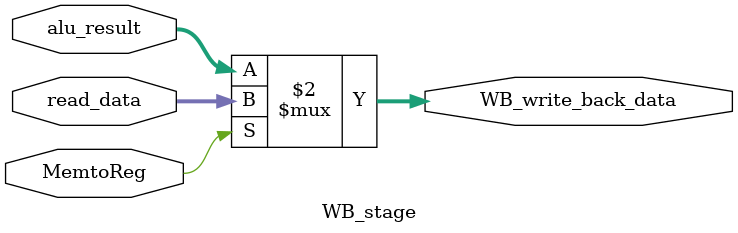
<source format=v>
module WB_stage(
    
    input [31:0] alu_result,
    input [31:0] read_data,
    input MemtoReg,
    output reg [31:0] WB_write_back_data
);

always @* begin
    WB_write_back_data = MemtoReg ? read_data : alu_result;
end

endmodule
</source>
